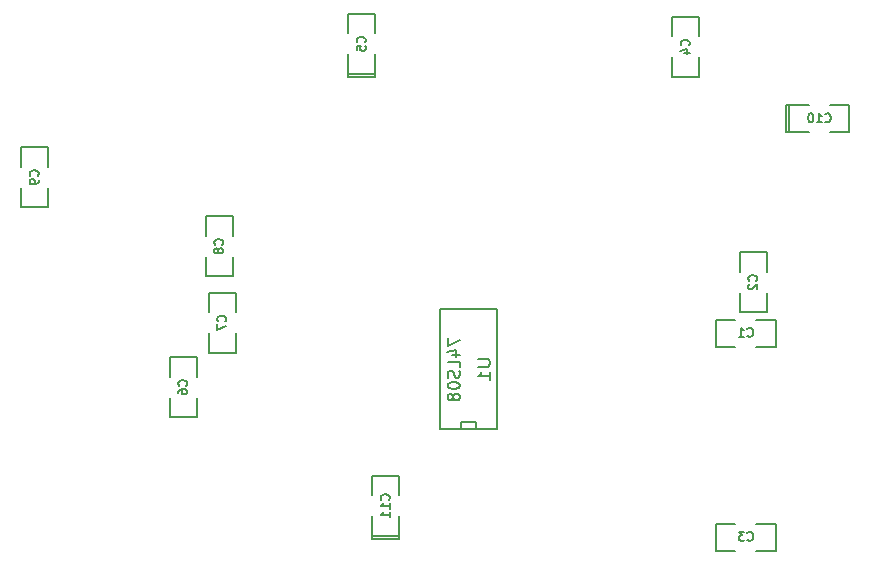
<source format=gbo>
G04 (created by PCBNEW-RS274X (2011-12-21 BZR 3253)-stable) date Saturday, February 11, 2012 02:53:21 PM*
G01*
G70*
G90*
%MOIN*%
G04 Gerber Fmt 3.4, Leading zero omitted, Abs format*
%FSLAX34Y34*%
G04 APERTURE LIST*
%ADD10C,0.006000*%
%ADD11C,0.005000*%
%ADD12C,0.008000*%
G04 APERTURE END LIST*
G54D10*
G54D11*
X68850Y-36350D02*
X69750Y-36350D01*
X69750Y-36350D02*
X69750Y-37000D01*
X68850Y-37700D02*
X68850Y-38350D01*
X68850Y-38350D02*
X69750Y-38350D01*
X69750Y-38350D02*
X69750Y-37700D01*
X68850Y-37000D02*
X68850Y-36350D01*
X70050Y-45400D02*
X70050Y-46300D01*
X70050Y-46300D02*
X69400Y-46300D01*
X68700Y-45400D02*
X68050Y-45400D01*
X68050Y-45400D02*
X68050Y-46300D01*
X68050Y-46300D02*
X68700Y-46300D01*
X69400Y-45400D02*
X70050Y-45400D01*
X67500Y-30500D02*
X66600Y-30500D01*
X66600Y-30500D02*
X66600Y-29850D01*
X67500Y-29150D02*
X67500Y-28500D01*
X67500Y-28500D02*
X66600Y-28500D01*
X66600Y-28500D02*
X66600Y-29150D01*
X67500Y-29850D02*
X67500Y-30500D01*
X50750Y-41850D02*
X49850Y-41850D01*
X49850Y-41850D02*
X49850Y-41200D01*
X50750Y-40500D02*
X50750Y-39850D01*
X50750Y-39850D02*
X49850Y-39850D01*
X49850Y-39850D02*
X49850Y-40500D01*
X50750Y-41200D02*
X50750Y-41850D01*
X52050Y-39700D02*
X51150Y-39700D01*
X51150Y-39700D02*
X51150Y-39050D01*
X52050Y-38350D02*
X52050Y-37700D01*
X52050Y-37700D02*
X51150Y-37700D01*
X51150Y-37700D02*
X51150Y-38350D01*
X52050Y-39050D02*
X52050Y-39700D01*
X44900Y-32850D02*
X45800Y-32850D01*
X45800Y-32850D02*
X45800Y-33500D01*
X44900Y-34200D02*
X44900Y-34850D01*
X44900Y-34850D02*
X45800Y-34850D01*
X45800Y-34850D02*
X45800Y-34200D01*
X44900Y-33500D02*
X44900Y-32850D01*
X51950Y-37150D02*
X51050Y-37150D01*
X51050Y-37150D02*
X51050Y-36500D01*
X51950Y-35800D02*
X51950Y-35150D01*
X51950Y-35150D02*
X51050Y-35150D01*
X51050Y-35150D02*
X51050Y-35800D01*
X51950Y-36500D02*
X51950Y-37150D01*
X68050Y-39500D02*
X68050Y-38600D01*
X68050Y-38600D02*
X68700Y-38600D01*
X69400Y-39500D02*
X70050Y-39500D01*
X70050Y-39500D02*
X70050Y-38600D01*
X70050Y-38600D02*
X69400Y-38600D01*
X68700Y-39500D02*
X68050Y-39500D01*
X56700Y-30400D02*
X56700Y-30500D01*
X56700Y-30500D02*
X55800Y-30500D01*
X55800Y-30500D02*
X55800Y-30400D01*
X56700Y-30400D02*
X55800Y-30400D01*
X55800Y-30400D02*
X55800Y-29750D01*
X56700Y-29050D02*
X56700Y-28400D01*
X56700Y-28400D02*
X55800Y-28400D01*
X55800Y-28400D02*
X55800Y-29050D01*
X56700Y-29750D02*
X56700Y-30400D01*
X57500Y-45800D02*
X57500Y-45900D01*
X57500Y-45900D02*
X56600Y-45900D01*
X56600Y-45900D02*
X56600Y-45800D01*
X57500Y-45800D02*
X56600Y-45800D01*
X56600Y-45800D02*
X56600Y-45150D01*
X57500Y-44450D02*
X57500Y-43800D01*
X57500Y-43800D02*
X56600Y-43800D01*
X56600Y-43800D02*
X56600Y-44450D01*
X57500Y-45150D02*
X57500Y-45800D01*
X70500Y-32350D02*
X70400Y-32350D01*
X70400Y-32350D02*
X70400Y-31450D01*
X70400Y-31450D02*
X70500Y-31450D01*
X70500Y-32350D02*
X70500Y-31450D01*
X70500Y-31450D02*
X71150Y-31450D01*
X71850Y-32350D02*
X72500Y-32350D01*
X72500Y-32350D02*
X72500Y-31450D01*
X72500Y-31450D02*
X71850Y-31450D01*
X71150Y-32350D02*
X70500Y-32350D01*
G54D12*
X60750Y-38250D02*
X58850Y-38250D01*
X58850Y-38250D02*
X58850Y-42250D01*
X58850Y-42250D02*
X60750Y-42250D01*
X60750Y-42250D02*
X60750Y-38250D01*
X60050Y-42250D02*
X60050Y-42000D01*
X60050Y-42000D02*
X59550Y-42000D01*
X59550Y-42000D02*
X59550Y-42250D01*
G54D11*
X69393Y-37300D02*
X69407Y-37286D01*
X69421Y-37243D01*
X69421Y-37214D01*
X69407Y-37171D01*
X69379Y-37143D01*
X69350Y-37128D01*
X69293Y-37114D01*
X69250Y-37114D01*
X69193Y-37128D01*
X69164Y-37143D01*
X69136Y-37171D01*
X69121Y-37214D01*
X69121Y-37243D01*
X69136Y-37286D01*
X69150Y-37300D01*
X69150Y-37414D02*
X69136Y-37428D01*
X69121Y-37457D01*
X69121Y-37528D01*
X69136Y-37557D01*
X69150Y-37571D01*
X69179Y-37586D01*
X69207Y-37586D01*
X69250Y-37571D01*
X69421Y-37400D01*
X69421Y-37586D01*
X69100Y-45943D02*
X69114Y-45957D01*
X69157Y-45971D01*
X69186Y-45971D01*
X69229Y-45957D01*
X69257Y-45929D01*
X69272Y-45900D01*
X69286Y-45843D01*
X69286Y-45800D01*
X69272Y-45743D01*
X69257Y-45714D01*
X69229Y-45686D01*
X69186Y-45671D01*
X69157Y-45671D01*
X69114Y-45686D01*
X69100Y-45700D01*
X69000Y-45671D02*
X68814Y-45671D01*
X68914Y-45786D01*
X68872Y-45786D01*
X68843Y-45800D01*
X68829Y-45814D01*
X68814Y-45843D01*
X68814Y-45914D01*
X68829Y-45943D01*
X68843Y-45957D01*
X68872Y-45971D01*
X68957Y-45971D01*
X68986Y-45957D01*
X69000Y-45943D01*
X67143Y-29450D02*
X67157Y-29436D01*
X67171Y-29393D01*
X67171Y-29364D01*
X67157Y-29321D01*
X67129Y-29293D01*
X67100Y-29278D01*
X67043Y-29264D01*
X67000Y-29264D01*
X66943Y-29278D01*
X66914Y-29293D01*
X66886Y-29321D01*
X66871Y-29364D01*
X66871Y-29393D01*
X66886Y-29436D01*
X66900Y-29450D01*
X66971Y-29707D02*
X67171Y-29707D01*
X66857Y-29636D02*
X67071Y-29564D01*
X67071Y-29750D01*
X50393Y-40800D02*
X50407Y-40786D01*
X50421Y-40743D01*
X50421Y-40714D01*
X50407Y-40671D01*
X50379Y-40643D01*
X50350Y-40628D01*
X50293Y-40614D01*
X50250Y-40614D01*
X50193Y-40628D01*
X50164Y-40643D01*
X50136Y-40671D01*
X50121Y-40714D01*
X50121Y-40743D01*
X50136Y-40786D01*
X50150Y-40800D01*
X50121Y-41057D02*
X50121Y-41000D01*
X50136Y-40971D01*
X50150Y-40957D01*
X50193Y-40928D01*
X50250Y-40914D01*
X50364Y-40914D01*
X50393Y-40928D01*
X50407Y-40943D01*
X50421Y-40971D01*
X50421Y-41028D01*
X50407Y-41057D01*
X50393Y-41071D01*
X50364Y-41086D01*
X50293Y-41086D01*
X50264Y-41071D01*
X50250Y-41057D01*
X50236Y-41028D01*
X50236Y-40971D01*
X50250Y-40943D01*
X50264Y-40928D01*
X50293Y-40914D01*
X51693Y-38650D02*
X51707Y-38636D01*
X51721Y-38593D01*
X51721Y-38564D01*
X51707Y-38521D01*
X51679Y-38493D01*
X51650Y-38478D01*
X51593Y-38464D01*
X51550Y-38464D01*
X51493Y-38478D01*
X51464Y-38493D01*
X51436Y-38521D01*
X51421Y-38564D01*
X51421Y-38593D01*
X51436Y-38636D01*
X51450Y-38650D01*
X51421Y-38750D02*
X51421Y-38950D01*
X51721Y-38821D01*
X45443Y-33800D02*
X45457Y-33786D01*
X45471Y-33743D01*
X45471Y-33714D01*
X45457Y-33671D01*
X45429Y-33643D01*
X45400Y-33628D01*
X45343Y-33614D01*
X45300Y-33614D01*
X45243Y-33628D01*
X45214Y-33643D01*
X45186Y-33671D01*
X45171Y-33714D01*
X45171Y-33743D01*
X45186Y-33786D01*
X45200Y-33800D01*
X45471Y-33943D02*
X45471Y-34000D01*
X45457Y-34028D01*
X45443Y-34043D01*
X45400Y-34071D01*
X45343Y-34086D01*
X45229Y-34086D01*
X45200Y-34071D01*
X45186Y-34057D01*
X45171Y-34028D01*
X45171Y-33971D01*
X45186Y-33943D01*
X45200Y-33928D01*
X45229Y-33914D01*
X45300Y-33914D01*
X45329Y-33928D01*
X45343Y-33943D01*
X45357Y-33971D01*
X45357Y-34028D01*
X45343Y-34057D01*
X45329Y-34071D01*
X45300Y-34086D01*
X51593Y-36100D02*
X51607Y-36086D01*
X51621Y-36043D01*
X51621Y-36014D01*
X51607Y-35971D01*
X51579Y-35943D01*
X51550Y-35928D01*
X51493Y-35914D01*
X51450Y-35914D01*
X51393Y-35928D01*
X51364Y-35943D01*
X51336Y-35971D01*
X51321Y-36014D01*
X51321Y-36043D01*
X51336Y-36086D01*
X51350Y-36100D01*
X51450Y-36271D02*
X51436Y-36243D01*
X51421Y-36228D01*
X51393Y-36214D01*
X51379Y-36214D01*
X51350Y-36228D01*
X51336Y-36243D01*
X51321Y-36271D01*
X51321Y-36328D01*
X51336Y-36357D01*
X51350Y-36371D01*
X51379Y-36386D01*
X51393Y-36386D01*
X51421Y-36371D01*
X51436Y-36357D01*
X51450Y-36328D01*
X51450Y-36271D01*
X51464Y-36243D01*
X51479Y-36228D01*
X51507Y-36214D01*
X51564Y-36214D01*
X51593Y-36228D01*
X51607Y-36243D01*
X51621Y-36271D01*
X51621Y-36328D01*
X51607Y-36357D01*
X51593Y-36371D01*
X51564Y-36386D01*
X51507Y-36386D01*
X51479Y-36371D01*
X51464Y-36357D01*
X51450Y-36328D01*
X69100Y-39143D02*
X69114Y-39157D01*
X69157Y-39171D01*
X69186Y-39171D01*
X69229Y-39157D01*
X69257Y-39129D01*
X69272Y-39100D01*
X69286Y-39043D01*
X69286Y-39000D01*
X69272Y-38943D01*
X69257Y-38914D01*
X69229Y-38886D01*
X69186Y-38871D01*
X69157Y-38871D01*
X69114Y-38886D01*
X69100Y-38900D01*
X68814Y-39171D02*
X68986Y-39171D01*
X68900Y-39171D02*
X68900Y-38871D01*
X68929Y-38914D01*
X68957Y-38943D01*
X68986Y-38957D01*
X56343Y-29350D02*
X56357Y-29336D01*
X56371Y-29293D01*
X56371Y-29264D01*
X56357Y-29221D01*
X56329Y-29193D01*
X56300Y-29178D01*
X56243Y-29164D01*
X56200Y-29164D01*
X56143Y-29178D01*
X56114Y-29193D01*
X56086Y-29221D01*
X56071Y-29264D01*
X56071Y-29293D01*
X56086Y-29336D01*
X56100Y-29350D01*
X56071Y-29621D02*
X56071Y-29478D01*
X56214Y-29464D01*
X56200Y-29478D01*
X56186Y-29507D01*
X56186Y-29578D01*
X56200Y-29607D01*
X56214Y-29621D01*
X56243Y-29636D01*
X56314Y-29636D01*
X56343Y-29621D01*
X56357Y-29607D01*
X56371Y-29578D01*
X56371Y-29507D01*
X56357Y-29478D01*
X56343Y-29464D01*
X57143Y-44607D02*
X57157Y-44593D01*
X57171Y-44550D01*
X57171Y-44521D01*
X57157Y-44478D01*
X57129Y-44450D01*
X57100Y-44435D01*
X57043Y-44421D01*
X57000Y-44421D01*
X56943Y-44435D01*
X56914Y-44450D01*
X56886Y-44478D01*
X56871Y-44521D01*
X56871Y-44550D01*
X56886Y-44593D01*
X56900Y-44607D01*
X57171Y-44893D02*
X57171Y-44721D01*
X57171Y-44807D02*
X56871Y-44807D01*
X56914Y-44778D01*
X56943Y-44750D01*
X56957Y-44721D01*
X57171Y-45179D02*
X57171Y-45007D01*
X57171Y-45093D02*
X56871Y-45093D01*
X56914Y-45064D01*
X56943Y-45036D01*
X56957Y-45007D01*
X71693Y-31993D02*
X71707Y-32007D01*
X71750Y-32021D01*
X71779Y-32021D01*
X71822Y-32007D01*
X71850Y-31979D01*
X71865Y-31950D01*
X71879Y-31893D01*
X71879Y-31850D01*
X71865Y-31793D01*
X71850Y-31764D01*
X71822Y-31736D01*
X71779Y-31721D01*
X71750Y-31721D01*
X71707Y-31736D01*
X71693Y-31750D01*
X71407Y-32021D02*
X71579Y-32021D01*
X71493Y-32021D02*
X71493Y-31721D01*
X71522Y-31764D01*
X71550Y-31793D01*
X71579Y-31807D01*
X71221Y-31721D02*
X71193Y-31721D01*
X71164Y-31736D01*
X71150Y-31750D01*
X71136Y-31779D01*
X71121Y-31836D01*
X71121Y-31907D01*
X71136Y-31964D01*
X71150Y-31993D01*
X71164Y-32007D01*
X71193Y-32021D01*
X71221Y-32021D01*
X71250Y-32007D01*
X71264Y-31993D01*
X71279Y-31964D01*
X71293Y-31907D01*
X71293Y-31836D01*
X71279Y-31779D01*
X71264Y-31750D01*
X71250Y-31736D01*
X71221Y-31721D01*
X60112Y-39907D02*
X60436Y-39907D01*
X60474Y-39929D01*
X60493Y-39950D01*
X60512Y-39993D01*
X60512Y-40079D01*
X60493Y-40121D01*
X60474Y-40143D01*
X60436Y-40164D01*
X60112Y-40164D01*
X60512Y-40614D02*
X60512Y-40357D01*
X60512Y-40485D02*
X60112Y-40485D01*
X60169Y-40442D01*
X60207Y-40400D01*
X60226Y-40357D01*
X59112Y-39193D02*
X59112Y-39460D01*
X59512Y-39288D01*
X59245Y-39784D02*
X59512Y-39784D01*
X59093Y-39688D02*
X59379Y-39593D01*
X59379Y-39841D01*
X59512Y-40184D02*
X59512Y-39993D01*
X59112Y-39993D01*
X59493Y-40298D02*
X59512Y-40355D01*
X59512Y-40451D01*
X59493Y-40489D01*
X59474Y-40508D01*
X59436Y-40527D01*
X59398Y-40527D01*
X59360Y-40508D01*
X59340Y-40489D01*
X59321Y-40451D01*
X59302Y-40374D01*
X59283Y-40336D01*
X59264Y-40317D01*
X59226Y-40298D01*
X59188Y-40298D01*
X59150Y-40317D01*
X59131Y-40336D01*
X59112Y-40374D01*
X59112Y-40470D01*
X59131Y-40527D01*
X59112Y-40774D02*
X59112Y-40813D01*
X59131Y-40851D01*
X59150Y-40870D01*
X59188Y-40889D01*
X59264Y-40908D01*
X59360Y-40908D01*
X59436Y-40889D01*
X59474Y-40870D01*
X59493Y-40851D01*
X59512Y-40813D01*
X59512Y-40774D01*
X59493Y-40736D01*
X59474Y-40717D01*
X59436Y-40698D01*
X59360Y-40679D01*
X59264Y-40679D01*
X59188Y-40698D01*
X59150Y-40717D01*
X59131Y-40736D01*
X59112Y-40774D01*
X59283Y-41136D02*
X59264Y-41098D01*
X59245Y-41079D01*
X59207Y-41060D01*
X59188Y-41060D01*
X59150Y-41079D01*
X59131Y-41098D01*
X59112Y-41136D01*
X59112Y-41213D01*
X59131Y-41251D01*
X59150Y-41270D01*
X59188Y-41289D01*
X59207Y-41289D01*
X59245Y-41270D01*
X59264Y-41251D01*
X59283Y-41213D01*
X59283Y-41136D01*
X59302Y-41098D01*
X59321Y-41079D01*
X59360Y-41060D01*
X59436Y-41060D01*
X59474Y-41079D01*
X59493Y-41098D01*
X59512Y-41136D01*
X59512Y-41213D01*
X59493Y-41251D01*
X59474Y-41270D01*
X59436Y-41289D01*
X59360Y-41289D01*
X59321Y-41270D01*
X59302Y-41251D01*
X59283Y-41213D01*
M02*

</source>
